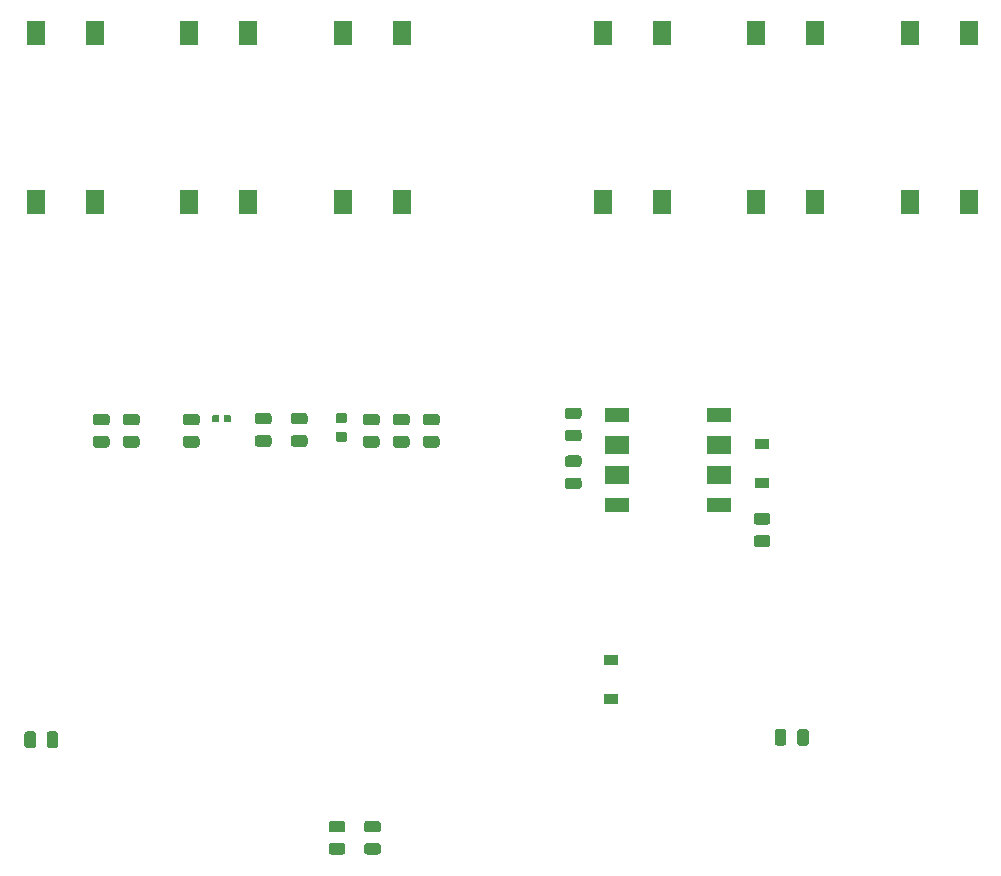
<source format=gbr>
G04 #@! TF.GenerationSoftware,KiCad,Pcbnew,(5.1.5)-3*
G04 #@! TF.CreationDate,2021-09-02T10:53:32+01:00*
G04 #@! TF.ProjectId,drumkid,6472756d-6b69-4642-9e6b-696361645f70,rev?*
G04 #@! TF.SameCoordinates,Original*
G04 #@! TF.FileFunction,Paste,Bot*
G04 #@! TF.FilePolarity,Positive*
%FSLAX46Y46*%
G04 Gerber Fmt 4.6, Leading zero omitted, Abs format (unit mm)*
G04 Created by KiCad (PCBNEW (5.1.5)-3) date 2021-09-02 10:53:32*
%MOMM*%
%LPD*%
G04 APERTURE LIST*
%ADD10C,0.100000*%
%ADD11R,1.500000X2.000000*%
%ADD12R,2.000000X1.170000*%
%ADD13R,2.000000X1.520000*%
%ADD14R,1.200000X0.900000*%
G04 APERTURE END LIST*
D10*
G36*
X125705142Y-138801174D02*
G01*
X125728803Y-138804684D01*
X125752007Y-138810496D01*
X125774529Y-138818554D01*
X125796153Y-138828782D01*
X125816670Y-138841079D01*
X125835883Y-138855329D01*
X125853607Y-138871393D01*
X125869671Y-138889117D01*
X125883921Y-138908330D01*
X125896218Y-138928847D01*
X125906446Y-138950471D01*
X125914504Y-138972993D01*
X125920316Y-138996197D01*
X125923826Y-139019858D01*
X125925000Y-139043750D01*
X125925000Y-139956250D01*
X125923826Y-139980142D01*
X125920316Y-140003803D01*
X125914504Y-140027007D01*
X125906446Y-140049529D01*
X125896218Y-140071153D01*
X125883921Y-140091670D01*
X125869671Y-140110883D01*
X125853607Y-140128607D01*
X125835883Y-140144671D01*
X125816670Y-140158921D01*
X125796153Y-140171218D01*
X125774529Y-140181446D01*
X125752007Y-140189504D01*
X125728803Y-140195316D01*
X125705142Y-140198826D01*
X125681250Y-140200000D01*
X125193750Y-140200000D01*
X125169858Y-140198826D01*
X125146197Y-140195316D01*
X125122993Y-140189504D01*
X125100471Y-140181446D01*
X125078847Y-140171218D01*
X125058330Y-140158921D01*
X125039117Y-140144671D01*
X125021393Y-140128607D01*
X125005329Y-140110883D01*
X124991079Y-140091670D01*
X124978782Y-140071153D01*
X124968554Y-140049529D01*
X124960496Y-140027007D01*
X124954684Y-140003803D01*
X124951174Y-139980142D01*
X124950000Y-139956250D01*
X124950000Y-139043750D01*
X124951174Y-139019858D01*
X124954684Y-138996197D01*
X124960496Y-138972993D01*
X124968554Y-138950471D01*
X124978782Y-138928847D01*
X124991079Y-138908330D01*
X125005329Y-138889117D01*
X125021393Y-138871393D01*
X125039117Y-138855329D01*
X125058330Y-138841079D01*
X125078847Y-138828782D01*
X125100471Y-138818554D01*
X125122993Y-138810496D01*
X125146197Y-138804684D01*
X125169858Y-138801174D01*
X125193750Y-138800000D01*
X125681250Y-138800000D01*
X125705142Y-138801174D01*
G37*
G36*
X123830142Y-138801174D02*
G01*
X123853803Y-138804684D01*
X123877007Y-138810496D01*
X123899529Y-138818554D01*
X123921153Y-138828782D01*
X123941670Y-138841079D01*
X123960883Y-138855329D01*
X123978607Y-138871393D01*
X123994671Y-138889117D01*
X124008921Y-138908330D01*
X124021218Y-138928847D01*
X124031446Y-138950471D01*
X124039504Y-138972993D01*
X124045316Y-138996197D01*
X124048826Y-139019858D01*
X124050000Y-139043750D01*
X124050000Y-139956250D01*
X124048826Y-139980142D01*
X124045316Y-140003803D01*
X124039504Y-140027007D01*
X124031446Y-140049529D01*
X124021218Y-140071153D01*
X124008921Y-140091670D01*
X123994671Y-140110883D01*
X123978607Y-140128607D01*
X123960883Y-140144671D01*
X123941670Y-140158921D01*
X123921153Y-140171218D01*
X123899529Y-140181446D01*
X123877007Y-140189504D01*
X123853803Y-140195316D01*
X123830142Y-140198826D01*
X123806250Y-140200000D01*
X123318750Y-140200000D01*
X123294858Y-140198826D01*
X123271197Y-140195316D01*
X123247993Y-140189504D01*
X123225471Y-140181446D01*
X123203847Y-140171218D01*
X123183330Y-140158921D01*
X123164117Y-140144671D01*
X123146393Y-140128607D01*
X123130329Y-140110883D01*
X123116079Y-140091670D01*
X123103782Y-140071153D01*
X123093554Y-140049529D01*
X123085496Y-140027007D01*
X123079684Y-140003803D01*
X123076174Y-139980142D01*
X123075000Y-139956250D01*
X123075000Y-139043750D01*
X123076174Y-139019858D01*
X123079684Y-138996197D01*
X123085496Y-138972993D01*
X123093554Y-138950471D01*
X123103782Y-138928847D01*
X123116079Y-138908330D01*
X123130329Y-138889117D01*
X123146393Y-138871393D01*
X123164117Y-138855329D01*
X123183330Y-138841079D01*
X123203847Y-138828782D01*
X123225471Y-138818554D01*
X123247993Y-138810496D01*
X123271197Y-138804684D01*
X123294858Y-138801174D01*
X123318750Y-138800000D01*
X123806250Y-138800000D01*
X123830142Y-138801174D01*
G37*
D11*
X139500000Y-94150000D03*
X139500000Y-79850000D03*
X134500000Y-79850000D03*
X134500000Y-94150000D03*
X65500000Y-94150000D03*
X65500000Y-79850000D03*
X60500000Y-79850000D03*
X60500000Y-94150000D03*
X78500000Y-94150000D03*
X78500000Y-79850000D03*
X73500000Y-79850000D03*
X73500000Y-94150000D03*
X91500000Y-94150000D03*
X91500000Y-79850000D03*
X86500000Y-79850000D03*
X86500000Y-94150000D03*
X113500000Y-94150000D03*
X113500000Y-79850000D03*
X108500000Y-79850000D03*
X108500000Y-94150000D03*
X126500000Y-94150000D03*
X126500000Y-79850000D03*
X121500000Y-79850000D03*
X121500000Y-94150000D03*
D12*
X109700000Y-112190000D03*
D13*
X109700000Y-114730000D03*
D12*
X109700000Y-119810000D03*
X118300000Y-119810000D03*
D13*
X118300000Y-117270000D03*
X118300000Y-114730000D03*
D12*
X118300000Y-112190000D03*
D13*
X109700000Y-117270000D03*
D10*
G36*
X74140142Y-113989174D02*
G01*
X74163803Y-113992684D01*
X74187007Y-113998496D01*
X74209529Y-114006554D01*
X74231153Y-114016782D01*
X74251670Y-114029079D01*
X74270883Y-114043329D01*
X74288607Y-114059393D01*
X74304671Y-114077117D01*
X74318921Y-114096330D01*
X74331218Y-114116847D01*
X74341446Y-114138471D01*
X74349504Y-114160993D01*
X74355316Y-114184197D01*
X74358826Y-114207858D01*
X74360000Y-114231750D01*
X74360000Y-114719250D01*
X74358826Y-114743142D01*
X74355316Y-114766803D01*
X74349504Y-114790007D01*
X74341446Y-114812529D01*
X74331218Y-114834153D01*
X74318921Y-114854670D01*
X74304671Y-114873883D01*
X74288607Y-114891607D01*
X74270883Y-114907671D01*
X74251670Y-114921921D01*
X74231153Y-114934218D01*
X74209529Y-114944446D01*
X74187007Y-114952504D01*
X74163803Y-114958316D01*
X74140142Y-114961826D01*
X74116250Y-114963000D01*
X73203750Y-114963000D01*
X73179858Y-114961826D01*
X73156197Y-114958316D01*
X73132993Y-114952504D01*
X73110471Y-114944446D01*
X73088847Y-114934218D01*
X73068330Y-114921921D01*
X73049117Y-114907671D01*
X73031393Y-114891607D01*
X73015329Y-114873883D01*
X73001079Y-114854670D01*
X72988782Y-114834153D01*
X72978554Y-114812529D01*
X72970496Y-114790007D01*
X72964684Y-114766803D01*
X72961174Y-114743142D01*
X72960000Y-114719250D01*
X72960000Y-114231750D01*
X72961174Y-114207858D01*
X72964684Y-114184197D01*
X72970496Y-114160993D01*
X72978554Y-114138471D01*
X72988782Y-114116847D01*
X73001079Y-114096330D01*
X73015329Y-114077117D01*
X73031393Y-114059393D01*
X73049117Y-114043329D01*
X73068330Y-114029079D01*
X73088847Y-114016782D01*
X73110471Y-114006554D01*
X73132993Y-113998496D01*
X73156197Y-113992684D01*
X73179858Y-113989174D01*
X73203750Y-113988000D01*
X74116250Y-113988000D01*
X74140142Y-113989174D01*
G37*
G36*
X74140142Y-112114174D02*
G01*
X74163803Y-112117684D01*
X74187007Y-112123496D01*
X74209529Y-112131554D01*
X74231153Y-112141782D01*
X74251670Y-112154079D01*
X74270883Y-112168329D01*
X74288607Y-112184393D01*
X74304671Y-112202117D01*
X74318921Y-112221330D01*
X74331218Y-112241847D01*
X74341446Y-112263471D01*
X74349504Y-112285993D01*
X74355316Y-112309197D01*
X74358826Y-112332858D01*
X74360000Y-112356750D01*
X74360000Y-112844250D01*
X74358826Y-112868142D01*
X74355316Y-112891803D01*
X74349504Y-112915007D01*
X74341446Y-112937529D01*
X74331218Y-112959153D01*
X74318921Y-112979670D01*
X74304671Y-112998883D01*
X74288607Y-113016607D01*
X74270883Y-113032671D01*
X74251670Y-113046921D01*
X74231153Y-113059218D01*
X74209529Y-113069446D01*
X74187007Y-113077504D01*
X74163803Y-113083316D01*
X74140142Y-113086826D01*
X74116250Y-113088000D01*
X73203750Y-113088000D01*
X73179858Y-113086826D01*
X73156197Y-113083316D01*
X73132993Y-113077504D01*
X73110471Y-113069446D01*
X73088847Y-113059218D01*
X73068330Y-113046921D01*
X73049117Y-113032671D01*
X73031393Y-113016607D01*
X73015329Y-112998883D01*
X73001079Y-112979670D01*
X72988782Y-112959153D01*
X72978554Y-112937529D01*
X72970496Y-112915007D01*
X72964684Y-112891803D01*
X72961174Y-112868142D01*
X72960000Y-112844250D01*
X72960000Y-112356750D01*
X72961174Y-112332858D01*
X72964684Y-112309197D01*
X72970496Y-112285993D01*
X72978554Y-112263471D01*
X72988782Y-112241847D01*
X73001079Y-112221330D01*
X73015329Y-112202117D01*
X73031393Y-112184393D01*
X73049117Y-112168329D01*
X73068330Y-112154079D01*
X73088847Y-112141782D01*
X73110471Y-112131554D01*
X73132993Y-112123496D01*
X73156197Y-112117684D01*
X73179858Y-112114174D01*
X73203750Y-112113000D01*
X74116250Y-112113000D01*
X74140142Y-112114174D01*
G37*
G36*
X83284142Y-112035674D02*
G01*
X83307803Y-112039184D01*
X83331007Y-112044996D01*
X83353529Y-112053054D01*
X83375153Y-112063282D01*
X83395670Y-112075579D01*
X83414883Y-112089829D01*
X83432607Y-112105893D01*
X83448671Y-112123617D01*
X83462921Y-112142830D01*
X83475218Y-112163347D01*
X83485446Y-112184971D01*
X83493504Y-112207493D01*
X83499316Y-112230697D01*
X83502826Y-112254358D01*
X83504000Y-112278250D01*
X83504000Y-112765750D01*
X83502826Y-112789642D01*
X83499316Y-112813303D01*
X83493504Y-112836507D01*
X83485446Y-112859029D01*
X83475218Y-112880653D01*
X83462921Y-112901170D01*
X83448671Y-112920383D01*
X83432607Y-112938107D01*
X83414883Y-112954171D01*
X83395670Y-112968421D01*
X83375153Y-112980718D01*
X83353529Y-112990946D01*
X83331007Y-112999004D01*
X83307803Y-113004816D01*
X83284142Y-113008326D01*
X83260250Y-113009500D01*
X82347750Y-113009500D01*
X82323858Y-113008326D01*
X82300197Y-113004816D01*
X82276993Y-112999004D01*
X82254471Y-112990946D01*
X82232847Y-112980718D01*
X82212330Y-112968421D01*
X82193117Y-112954171D01*
X82175393Y-112938107D01*
X82159329Y-112920383D01*
X82145079Y-112901170D01*
X82132782Y-112880653D01*
X82122554Y-112859029D01*
X82114496Y-112836507D01*
X82108684Y-112813303D01*
X82105174Y-112789642D01*
X82104000Y-112765750D01*
X82104000Y-112278250D01*
X82105174Y-112254358D01*
X82108684Y-112230697D01*
X82114496Y-112207493D01*
X82122554Y-112184971D01*
X82132782Y-112163347D01*
X82145079Y-112142830D01*
X82159329Y-112123617D01*
X82175393Y-112105893D01*
X82193117Y-112089829D01*
X82212330Y-112075579D01*
X82232847Y-112063282D01*
X82254471Y-112053054D01*
X82276993Y-112044996D01*
X82300197Y-112039184D01*
X82323858Y-112035674D01*
X82347750Y-112034500D01*
X83260250Y-112034500D01*
X83284142Y-112035674D01*
G37*
G36*
X83284142Y-113910674D02*
G01*
X83307803Y-113914184D01*
X83331007Y-113919996D01*
X83353529Y-113928054D01*
X83375153Y-113938282D01*
X83395670Y-113950579D01*
X83414883Y-113964829D01*
X83432607Y-113980893D01*
X83448671Y-113998617D01*
X83462921Y-114017830D01*
X83475218Y-114038347D01*
X83485446Y-114059971D01*
X83493504Y-114082493D01*
X83499316Y-114105697D01*
X83502826Y-114129358D01*
X83504000Y-114153250D01*
X83504000Y-114640750D01*
X83502826Y-114664642D01*
X83499316Y-114688303D01*
X83493504Y-114711507D01*
X83485446Y-114734029D01*
X83475218Y-114755653D01*
X83462921Y-114776170D01*
X83448671Y-114795383D01*
X83432607Y-114813107D01*
X83414883Y-114829171D01*
X83395670Y-114843421D01*
X83375153Y-114855718D01*
X83353529Y-114865946D01*
X83331007Y-114874004D01*
X83307803Y-114879816D01*
X83284142Y-114883326D01*
X83260250Y-114884500D01*
X82347750Y-114884500D01*
X82323858Y-114883326D01*
X82300197Y-114879816D01*
X82276993Y-114874004D01*
X82254471Y-114865946D01*
X82232847Y-114855718D01*
X82212330Y-114843421D01*
X82193117Y-114829171D01*
X82175393Y-114813107D01*
X82159329Y-114795383D01*
X82145079Y-114776170D01*
X82132782Y-114755653D01*
X82122554Y-114734029D01*
X82114496Y-114711507D01*
X82108684Y-114688303D01*
X82105174Y-114664642D01*
X82104000Y-114640750D01*
X82104000Y-114153250D01*
X82105174Y-114129358D01*
X82108684Y-114105697D01*
X82114496Y-114082493D01*
X82122554Y-114059971D01*
X82132782Y-114038347D01*
X82145079Y-114017830D01*
X82159329Y-113998617D01*
X82175393Y-113980893D01*
X82193117Y-113964829D01*
X82212330Y-113950579D01*
X82232847Y-113938282D01*
X82254471Y-113928054D01*
X82276993Y-113919996D01*
X82300197Y-113914184D01*
X82323858Y-113910674D01*
X82347750Y-113909500D01*
X83260250Y-113909500D01*
X83284142Y-113910674D01*
G37*
G36*
X80236142Y-113910674D02*
G01*
X80259803Y-113914184D01*
X80283007Y-113919996D01*
X80305529Y-113928054D01*
X80327153Y-113938282D01*
X80347670Y-113950579D01*
X80366883Y-113964829D01*
X80384607Y-113980893D01*
X80400671Y-113998617D01*
X80414921Y-114017830D01*
X80427218Y-114038347D01*
X80437446Y-114059971D01*
X80445504Y-114082493D01*
X80451316Y-114105697D01*
X80454826Y-114129358D01*
X80456000Y-114153250D01*
X80456000Y-114640750D01*
X80454826Y-114664642D01*
X80451316Y-114688303D01*
X80445504Y-114711507D01*
X80437446Y-114734029D01*
X80427218Y-114755653D01*
X80414921Y-114776170D01*
X80400671Y-114795383D01*
X80384607Y-114813107D01*
X80366883Y-114829171D01*
X80347670Y-114843421D01*
X80327153Y-114855718D01*
X80305529Y-114865946D01*
X80283007Y-114874004D01*
X80259803Y-114879816D01*
X80236142Y-114883326D01*
X80212250Y-114884500D01*
X79299750Y-114884500D01*
X79275858Y-114883326D01*
X79252197Y-114879816D01*
X79228993Y-114874004D01*
X79206471Y-114865946D01*
X79184847Y-114855718D01*
X79164330Y-114843421D01*
X79145117Y-114829171D01*
X79127393Y-114813107D01*
X79111329Y-114795383D01*
X79097079Y-114776170D01*
X79084782Y-114755653D01*
X79074554Y-114734029D01*
X79066496Y-114711507D01*
X79060684Y-114688303D01*
X79057174Y-114664642D01*
X79056000Y-114640750D01*
X79056000Y-114153250D01*
X79057174Y-114129358D01*
X79060684Y-114105697D01*
X79066496Y-114082493D01*
X79074554Y-114059971D01*
X79084782Y-114038347D01*
X79097079Y-114017830D01*
X79111329Y-113998617D01*
X79127393Y-113980893D01*
X79145117Y-113964829D01*
X79164330Y-113950579D01*
X79184847Y-113938282D01*
X79206471Y-113928054D01*
X79228993Y-113919996D01*
X79252197Y-113914184D01*
X79275858Y-113910674D01*
X79299750Y-113909500D01*
X80212250Y-113909500D01*
X80236142Y-113910674D01*
G37*
G36*
X80236142Y-112035674D02*
G01*
X80259803Y-112039184D01*
X80283007Y-112044996D01*
X80305529Y-112053054D01*
X80327153Y-112063282D01*
X80347670Y-112075579D01*
X80366883Y-112089829D01*
X80384607Y-112105893D01*
X80400671Y-112123617D01*
X80414921Y-112142830D01*
X80427218Y-112163347D01*
X80437446Y-112184971D01*
X80445504Y-112207493D01*
X80451316Y-112230697D01*
X80454826Y-112254358D01*
X80456000Y-112278250D01*
X80456000Y-112765750D01*
X80454826Y-112789642D01*
X80451316Y-112813303D01*
X80445504Y-112836507D01*
X80437446Y-112859029D01*
X80427218Y-112880653D01*
X80414921Y-112901170D01*
X80400671Y-112920383D01*
X80384607Y-112938107D01*
X80366883Y-112954171D01*
X80347670Y-112968421D01*
X80327153Y-112980718D01*
X80305529Y-112990946D01*
X80283007Y-112999004D01*
X80259803Y-113004816D01*
X80236142Y-113008326D01*
X80212250Y-113009500D01*
X79299750Y-113009500D01*
X79275858Y-113008326D01*
X79252197Y-113004816D01*
X79228993Y-112999004D01*
X79206471Y-112990946D01*
X79184847Y-112980718D01*
X79164330Y-112968421D01*
X79145117Y-112954171D01*
X79127393Y-112938107D01*
X79111329Y-112920383D01*
X79097079Y-112901170D01*
X79084782Y-112880653D01*
X79074554Y-112859029D01*
X79066496Y-112836507D01*
X79060684Y-112813303D01*
X79057174Y-112789642D01*
X79056000Y-112765750D01*
X79056000Y-112278250D01*
X79057174Y-112254358D01*
X79060684Y-112230697D01*
X79066496Y-112207493D01*
X79074554Y-112184971D01*
X79084782Y-112163347D01*
X79097079Y-112142830D01*
X79111329Y-112123617D01*
X79127393Y-112105893D01*
X79145117Y-112089829D01*
X79164330Y-112075579D01*
X79184847Y-112063282D01*
X79206471Y-112053054D01*
X79228993Y-112044996D01*
X79252197Y-112039184D01*
X79275858Y-112035674D01*
X79299750Y-112034500D01*
X80212250Y-112034500D01*
X80236142Y-112035674D01*
G37*
G36*
X89480142Y-148451174D02*
G01*
X89503803Y-148454684D01*
X89527007Y-148460496D01*
X89549529Y-148468554D01*
X89571153Y-148478782D01*
X89591670Y-148491079D01*
X89610883Y-148505329D01*
X89628607Y-148521393D01*
X89644671Y-148539117D01*
X89658921Y-148558330D01*
X89671218Y-148578847D01*
X89681446Y-148600471D01*
X89689504Y-148622993D01*
X89695316Y-148646197D01*
X89698826Y-148669858D01*
X89700000Y-148693750D01*
X89700000Y-149181250D01*
X89698826Y-149205142D01*
X89695316Y-149228803D01*
X89689504Y-149252007D01*
X89681446Y-149274529D01*
X89671218Y-149296153D01*
X89658921Y-149316670D01*
X89644671Y-149335883D01*
X89628607Y-149353607D01*
X89610883Y-149369671D01*
X89591670Y-149383921D01*
X89571153Y-149396218D01*
X89549529Y-149406446D01*
X89527007Y-149414504D01*
X89503803Y-149420316D01*
X89480142Y-149423826D01*
X89456250Y-149425000D01*
X88543750Y-149425000D01*
X88519858Y-149423826D01*
X88496197Y-149420316D01*
X88472993Y-149414504D01*
X88450471Y-149406446D01*
X88428847Y-149396218D01*
X88408330Y-149383921D01*
X88389117Y-149369671D01*
X88371393Y-149353607D01*
X88355329Y-149335883D01*
X88341079Y-149316670D01*
X88328782Y-149296153D01*
X88318554Y-149274529D01*
X88310496Y-149252007D01*
X88304684Y-149228803D01*
X88301174Y-149205142D01*
X88300000Y-149181250D01*
X88300000Y-148693750D01*
X88301174Y-148669858D01*
X88304684Y-148646197D01*
X88310496Y-148622993D01*
X88318554Y-148600471D01*
X88328782Y-148578847D01*
X88341079Y-148558330D01*
X88355329Y-148539117D01*
X88371393Y-148521393D01*
X88389117Y-148505329D01*
X88408330Y-148491079D01*
X88428847Y-148478782D01*
X88450471Y-148468554D01*
X88472993Y-148460496D01*
X88496197Y-148454684D01*
X88519858Y-148451174D01*
X88543750Y-148450000D01*
X89456250Y-148450000D01*
X89480142Y-148451174D01*
G37*
G36*
X89480142Y-146576174D02*
G01*
X89503803Y-146579684D01*
X89527007Y-146585496D01*
X89549529Y-146593554D01*
X89571153Y-146603782D01*
X89591670Y-146616079D01*
X89610883Y-146630329D01*
X89628607Y-146646393D01*
X89644671Y-146664117D01*
X89658921Y-146683330D01*
X89671218Y-146703847D01*
X89681446Y-146725471D01*
X89689504Y-146747993D01*
X89695316Y-146771197D01*
X89698826Y-146794858D01*
X89700000Y-146818750D01*
X89700000Y-147306250D01*
X89698826Y-147330142D01*
X89695316Y-147353803D01*
X89689504Y-147377007D01*
X89681446Y-147399529D01*
X89671218Y-147421153D01*
X89658921Y-147441670D01*
X89644671Y-147460883D01*
X89628607Y-147478607D01*
X89610883Y-147494671D01*
X89591670Y-147508921D01*
X89571153Y-147521218D01*
X89549529Y-147531446D01*
X89527007Y-147539504D01*
X89503803Y-147545316D01*
X89480142Y-147548826D01*
X89456250Y-147550000D01*
X88543750Y-147550000D01*
X88519858Y-147548826D01*
X88496197Y-147545316D01*
X88472993Y-147539504D01*
X88450471Y-147531446D01*
X88428847Y-147521218D01*
X88408330Y-147508921D01*
X88389117Y-147494671D01*
X88371393Y-147478607D01*
X88355329Y-147460883D01*
X88341079Y-147441670D01*
X88328782Y-147421153D01*
X88318554Y-147399529D01*
X88310496Y-147377007D01*
X88304684Y-147353803D01*
X88301174Y-147330142D01*
X88300000Y-147306250D01*
X88300000Y-146818750D01*
X88301174Y-146794858D01*
X88304684Y-146771197D01*
X88310496Y-146747993D01*
X88318554Y-146725471D01*
X88328782Y-146703847D01*
X88341079Y-146683330D01*
X88355329Y-146664117D01*
X88371393Y-146646393D01*
X88389117Y-146630329D01*
X88408330Y-146616079D01*
X88428847Y-146603782D01*
X88450471Y-146593554D01*
X88472993Y-146585496D01*
X88496197Y-146579684D01*
X88519858Y-146576174D01*
X88543750Y-146575000D01*
X89456250Y-146575000D01*
X89480142Y-146576174D01*
G37*
G36*
X86480142Y-148451174D02*
G01*
X86503803Y-148454684D01*
X86527007Y-148460496D01*
X86549529Y-148468554D01*
X86571153Y-148478782D01*
X86591670Y-148491079D01*
X86610883Y-148505329D01*
X86628607Y-148521393D01*
X86644671Y-148539117D01*
X86658921Y-148558330D01*
X86671218Y-148578847D01*
X86681446Y-148600471D01*
X86689504Y-148622993D01*
X86695316Y-148646197D01*
X86698826Y-148669858D01*
X86700000Y-148693750D01*
X86700000Y-149181250D01*
X86698826Y-149205142D01*
X86695316Y-149228803D01*
X86689504Y-149252007D01*
X86681446Y-149274529D01*
X86671218Y-149296153D01*
X86658921Y-149316670D01*
X86644671Y-149335883D01*
X86628607Y-149353607D01*
X86610883Y-149369671D01*
X86591670Y-149383921D01*
X86571153Y-149396218D01*
X86549529Y-149406446D01*
X86527007Y-149414504D01*
X86503803Y-149420316D01*
X86480142Y-149423826D01*
X86456250Y-149425000D01*
X85543750Y-149425000D01*
X85519858Y-149423826D01*
X85496197Y-149420316D01*
X85472993Y-149414504D01*
X85450471Y-149406446D01*
X85428847Y-149396218D01*
X85408330Y-149383921D01*
X85389117Y-149369671D01*
X85371393Y-149353607D01*
X85355329Y-149335883D01*
X85341079Y-149316670D01*
X85328782Y-149296153D01*
X85318554Y-149274529D01*
X85310496Y-149252007D01*
X85304684Y-149228803D01*
X85301174Y-149205142D01*
X85300000Y-149181250D01*
X85300000Y-148693750D01*
X85301174Y-148669858D01*
X85304684Y-148646197D01*
X85310496Y-148622993D01*
X85318554Y-148600471D01*
X85328782Y-148578847D01*
X85341079Y-148558330D01*
X85355329Y-148539117D01*
X85371393Y-148521393D01*
X85389117Y-148505329D01*
X85408330Y-148491079D01*
X85428847Y-148478782D01*
X85450471Y-148468554D01*
X85472993Y-148460496D01*
X85496197Y-148454684D01*
X85519858Y-148451174D01*
X85543750Y-148450000D01*
X86456250Y-148450000D01*
X86480142Y-148451174D01*
G37*
G36*
X86480142Y-146576174D02*
G01*
X86503803Y-146579684D01*
X86527007Y-146585496D01*
X86549529Y-146593554D01*
X86571153Y-146603782D01*
X86591670Y-146616079D01*
X86610883Y-146630329D01*
X86628607Y-146646393D01*
X86644671Y-146664117D01*
X86658921Y-146683330D01*
X86671218Y-146703847D01*
X86681446Y-146725471D01*
X86689504Y-146747993D01*
X86695316Y-146771197D01*
X86698826Y-146794858D01*
X86700000Y-146818750D01*
X86700000Y-147306250D01*
X86698826Y-147330142D01*
X86695316Y-147353803D01*
X86689504Y-147377007D01*
X86681446Y-147399529D01*
X86671218Y-147421153D01*
X86658921Y-147441670D01*
X86644671Y-147460883D01*
X86628607Y-147478607D01*
X86610883Y-147494671D01*
X86591670Y-147508921D01*
X86571153Y-147521218D01*
X86549529Y-147531446D01*
X86527007Y-147539504D01*
X86503803Y-147545316D01*
X86480142Y-147548826D01*
X86456250Y-147550000D01*
X85543750Y-147550000D01*
X85519858Y-147548826D01*
X85496197Y-147545316D01*
X85472993Y-147539504D01*
X85450471Y-147531446D01*
X85428847Y-147521218D01*
X85408330Y-147508921D01*
X85389117Y-147494671D01*
X85371393Y-147478607D01*
X85355329Y-147460883D01*
X85341079Y-147441670D01*
X85328782Y-147421153D01*
X85318554Y-147399529D01*
X85310496Y-147377007D01*
X85304684Y-147353803D01*
X85301174Y-147330142D01*
X85300000Y-147306250D01*
X85300000Y-146818750D01*
X85301174Y-146794858D01*
X85304684Y-146771197D01*
X85310496Y-146747993D01*
X85318554Y-146725471D01*
X85328782Y-146703847D01*
X85341079Y-146683330D01*
X85355329Y-146664117D01*
X85371393Y-146646393D01*
X85389117Y-146630329D01*
X85408330Y-146616079D01*
X85428847Y-146603782D01*
X85450471Y-146593554D01*
X85472993Y-146585496D01*
X85496197Y-146579684D01*
X85519858Y-146576174D01*
X85543750Y-146575000D01*
X86456250Y-146575000D01*
X86480142Y-146576174D01*
G37*
G36*
X106480142Y-113451174D02*
G01*
X106503803Y-113454684D01*
X106527007Y-113460496D01*
X106549529Y-113468554D01*
X106571153Y-113478782D01*
X106591670Y-113491079D01*
X106610883Y-113505329D01*
X106628607Y-113521393D01*
X106644671Y-113539117D01*
X106658921Y-113558330D01*
X106671218Y-113578847D01*
X106681446Y-113600471D01*
X106689504Y-113622993D01*
X106695316Y-113646197D01*
X106698826Y-113669858D01*
X106700000Y-113693750D01*
X106700000Y-114181250D01*
X106698826Y-114205142D01*
X106695316Y-114228803D01*
X106689504Y-114252007D01*
X106681446Y-114274529D01*
X106671218Y-114296153D01*
X106658921Y-114316670D01*
X106644671Y-114335883D01*
X106628607Y-114353607D01*
X106610883Y-114369671D01*
X106591670Y-114383921D01*
X106571153Y-114396218D01*
X106549529Y-114406446D01*
X106527007Y-114414504D01*
X106503803Y-114420316D01*
X106480142Y-114423826D01*
X106456250Y-114425000D01*
X105543750Y-114425000D01*
X105519858Y-114423826D01*
X105496197Y-114420316D01*
X105472993Y-114414504D01*
X105450471Y-114406446D01*
X105428847Y-114396218D01*
X105408330Y-114383921D01*
X105389117Y-114369671D01*
X105371393Y-114353607D01*
X105355329Y-114335883D01*
X105341079Y-114316670D01*
X105328782Y-114296153D01*
X105318554Y-114274529D01*
X105310496Y-114252007D01*
X105304684Y-114228803D01*
X105301174Y-114205142D01*
X105300000Y-114181250D01*
X105300000Y-113693750D01*
X105301174Y-113669858D01*
X105304684Y-113646197D01*
X105310496Y-113622993D01*
X105318554Y-113600471D01*
X105328782Y-113578847D01*
X105341079Y-113558330D01*
X105355329Y-113539117D01*
X105371393Y-113521393D01*
X105389117Y-113505329D01*
X105408330Y-113491079D01*
X105428847Y-113478782D01*
X105450471Y-113468554D01*
X105472993Y-113460496D01*
X105496197Y-113454684D01*
X105519858Y-113451174D01*
X105543750Y-113450000D01*
X106456250Y-113450000D01*
X106480142Y-113451174D01*
G37*
G36*
X106480142Y-111576174D02*
G01*
X106503803Y-111579684D01*
X106527007Y-111585496D01*
X106549529Y-111593554D01*
X106571153Y-111603782D01*
X106591670Y-111616079D01*
X106610883Y-111630329D01*
X106628607Y-111646393D01*
X106644671Y-111664117D01*
X106658921Y-111683330D01*
X106671218Y-111703847D01*
X106681446Y-111725471D01*
X106689504Y-111747993D01*
X106695316Y-111771197D01*
X106698826Y-111794858D01*
X106700000Y-111818750D01*
X106700000Y-112306250D01*
X106698826Y-112330142D01*
X106695316Y-112353803D01*
X106689504Y-112377007D01*
X106681446Y-112399529D01*
X106671218Y-112421153D01*
X106658921Y-112441670D01*
X106644671Y-112460883D01*
X106628607Y-112478607D01*
X106610883Y-112494671D01*
X106591670Y-112508921D01*
X106571153Y-112521218D01*
X106549529Y-112531446D01*
X106527007Y-112539504D01*
X106503803Y-112545316D01*
X106480142Y-112548826D01*
X106456250Y-112550000D01*
X105543750Y-112550000D01*
X105519858Y-112548826D01*
X105496197Y-112545316D01*
X105472993Y-112539504D01*
X105450471Y-112531446D01*
X105428847Y-112521218D01*
X105408330Y-112508921D01*
X105389117Y-112494671D01*
X105371393Y-112478607D01*
X105355329Y-112460883D01*
X105341079Y-112441670D01*
X105328782Y-112421153D01*
X105318554Y-112399529D01*
X105310496Y-112377007D01*
X105304684Y-112353803D01*
X105301174Y-112330142D01*
X105300000Y-112306250D01*
X105300000Y-111818750D01*
X105301174Y-111794858D01*
X105304684Y-111771197D01*
X105310496Y-111747993D01*
X105318554Y-111725471D01*
X105328782Y-111703847D01*
X105341079Y-111683330D01*
X105355329Y-111664117D01*
X105371393Y-111646393D01*
X105389117Y-111630329D01*
X105408330Y-111616079D01*
X105428847Y-111603782D01*
X105450471Y-111593554D01*
X105472993Y-111585496D01*
X105496197Y-111579684D01*
X105519858Y-111576174D01*
X105543750Y-111575000D01*
X106456250Y-111575000D01*
X106480142Y-111576174D01*
G37*
G36*
X106480142Y-115638674D02*
G01*
X106503803Y-115642184D01*
X106527007Y-115647996D01*
X106549529Y-115656054D01*
X106571153Y-115666282D01*
X106591670Y-115678579D01*
X106610883Y-115692829D01*
X106628607Y-115708893D01*
X106644671Y-115726617D01*
X106658921Y-115745830D01*
X106671218Y-115766347D01*
X106681446Y-115787971D01*
X106689504Y-115810493D01*
X106695316Y-115833697D01*
X106698826Y-115857358D01*
X106700000Y-115881250D01*
X106700000Y-116368750D01*
X106698826Y-116392642D01*
X106695316Y-116416303D01*
X106689504Y-116439507D01*
X106681446Y-116462029D01*
X106671218Y-116483653D01*
X106658921Y-116504170D01*
X106644671Y-116523383D01*
X106628607Y-116541107D01*
X106610883Y-116557171D01*
X106591670Y-116571421D01*
X106571153Y-116583718D01*
X106549529Y-116593946D01*
X106527007Y-116602004D01*
X106503803Y-116607816D01*
X106480142Y-116611326D01*
X106456250Y-116612500D01*
X105543750Y-116612500D01*
X105519858Y-116611326D01*
X105496197Y-116607816D01*
X105472993Y-116602004D01*
X105450471Y-116593946D01*
X105428847Y-116583718D01*
X105408330Y-116571421D01*
X105389117Y-116557171D01*
X105371393Y-116541107D01*
X105355329Y-116523383D01*
X105341079Y-116504170D01*
X105328782Y-116483653D01*
X105318554Y-116462029D01*
X105310496Y-116439507D01*
X105304684Y-116416303D01*
X105301174Y-116392642D01*
X105300000Y-116368750D01*
X105300000Y-115881250D01*
X105301174Y-115857358D01*
X105304684Y-115833697D01*
X105310496Y-115810493D01*
X105318554Y-115787971D01*
X105328782Y-115766347D01*
X105341079Y-115745830D01*
X105355329Y-115726617D01*
X105371393Y-115708893D01*
X105389117Y-115692829D01*
X105408330Y-115678579D01*
X105428847Y-115666282D01*
X105450471Y-115656054D01*
X105472993Y-115647996D01*
X105496197Y-115642184D01*
X105519858Y-115638674D01*
X105543750Y-115637500D01*
X106456250Y-115637500D01*
X106480142Y-115638674D01*
G37*
G36*
X106480142Y-117513674D02*
G01*
X106503803Y-117517184D01*
X106527007Y-117522996D01*
X106549529Y-117531054D01*
X106571153Y-117541282D01*
X106591670Y-117553579D01*
X106610883Y-117567829D01*
X106628607Y-117583893D01*
X106644671Y-117601617D01*
X106658921Y-117620830D01*
X106671218Y-117641347D01*
X106681446Y-117662971D01*
X106689504Y-117685493D01*
X106695316Y-117708697D01*
X106698826Y-117732358D01*
X106700000Y-117756250D01*
X106700000Y-118243750D01*
X106698826Y-118267642D01*
X106695316Y-118291303D01*
X106689504Y-118314507D01*
X106681446Y-118337029D01*
X106671218Y-118358653D01*
X106658921Y-118379170D01*
X106644671Y-118398383D01*
X106628607Y-118416107D01*
X106610883Y-118432171D01*
X106591670Y-118446421D01*
X106571153Y-118458718D01*
X106549529Y-118468946D01*
X106527007Y-118477004D01*
X106503803Y-118482816D01*
X106480142Y-118486326D01*
X106456250Y-118487500D01*
X105543750Y-118487500D01*
X105519858Y-118486326D01*
X105496197Y-118482816D01*
X105472993Y-118477004D01*
X105450471Y-118468946D01*
X105428847Y-118458718D01*
X105408330Y-118446421D01*
X105389117Y-118432171D01*
X105371393Y-118416107D01*
X105355329Y-118398383D01*
X105341079Y-118379170D01*
X105328782Y-118358653D01*
X105318554Y-118337029D01*
X105310496Y-118314507D01*
X105304684Y-118291303D01*
X105301174Y-118267642D01*
X105300000Y-118243750D01*
X105300000Y-117756250D01*
X105301174Y-117732358D01*
X105304684Y-117708697D01*
X105310496Y-117685493D01*
X105318554Y-117662971D01*
X105328782Y-117641347D01*
X105341079Y-117620830D01*
X105355329Y-117601617D01*
X105371393Y-117583893D01*
X105389117Y-117567829D01*
X105408330Y-117553579D01*
X105428847Y-117541282D01*
X105450471Y-117531054D01*
X105472993Y-117522996D01*
X105496197Y-117517184D01*
X105519858Y-117513674D01*
X105543750Y-117512500D01*
X106456250Y-117512500D01*
X106480142Y-117513674D01*
G37*
G36*
X122480142Y-120513674D02*
G01*
X122503803Y-120517184D01*
X122527007Y-120522996D01*
X122549529Y-120531054D01*
X122571153Y-120541282D01*
X122591670Y-120553579D01*
X122610883Y-120567829D01*
X122628607Y-120583893D01*
X122644671Y-120601617D01*
X122658921Y-120620830D01*
X122671218Y-120641347D01*
X122681446Y-120662971D01*
X122689504Y-120685493D01*
X122695316Y-120708697D01*
X122698826Y-120732358D01*
X122700000Y-120756250D01*
X122700000Y-121243750D01*
X122698826Y-121267642D01*
X122695316Y-121291303D01*
X122689504Y-121314507D01*
X122681446Y-121337029D01*
X122671218Y-121358653D01*
X122658921Y-121379170D01*
X122644671Y-121398383D01*
X122628607Y-121416107D01*
X122610883Y-121432171D01*
X122591670Y-121446421D01*
X122571153Y-121458718D01*
X122549529Y-121468946D01*
X122527007Y-121477004D01*
X122503803Y-121482816D01*
X122480142Y-121486326D01*
X122456250Y-121487500D01*
X121543750Y-121487500D01*
X121519858Y-121486326D01*
X121496197Y-121482816D01*
X121472993Y-121477004D01*
X121450471Y-121468946D01*
X121428847Y-121458718D01*
X121408330Y-121446421D01*
X121389117Y-121432171D01*
X121371393Y-121416107D01*
X121355329Y-121398383D01*
X121341079Y-121379170D01*
X121328782Y-121358653D01*
X121318554Y-121337029D01*
X121310496Y-121314507D01*
X121304684Y-121291303D01*
X121301174Y-121267642D01*
X121300000Y-121243750D01*
X121300000Y-120756250D01*
X121301174Y-120732358D01*
X121304684Y-120708697D01*
X121310496Y-120685493D01*
X121318554Y-120662971D01*
X121328782Y-120641347D01*
X121341079Y-120620830D01*
X121355329Y-120601617D01*
X121371393Y-120583893D01*
X121389117Y-120567829D01*
X121408330Y-120553579D01*
X121428847Y-120541282D01*
X121450471Y-120531054D01*
X121472993Y-120522996D01*
X121496197Y-120517184D01*
X121519858Y-120513674D01*
X121543750Y-120512500D01*
X122456250Y-120512500D01*
X122480142Y-120513674D01*
G37*
G36*
X122480142Y-122388674D02*
G01*
X122503803Y-122392184D01*
X122527007Y-122397996D01*
X122549529Y-122406054D01*
X122571153Y-122416282D01*
X122591670Y-122428579D01*
X122610883Y-122442829D01*
X122628607Y-122458893D01*
X122644671Y-122476617D01*
X122658921Y-122495830D01*
X122671218Y-122516347D01*
X122681446Y-122537971D01*
X122689504Y-122560493D01*
X122695316Y-122583697D01*
X122698826Y-122607358D01*
X122700000Y-122631250D01*
X122700000Y-123118750D01*
X122698826Y-123142642D01*
X122695316Y-123166303D01*
X122689504Y-123189507D01*
X122681446Y-123212029D01*
X122671218Y-123233653D01*
X122658921Y-123254170D01*
X122644671Y-123273383D01*
X122628607Y-123291107D01*
X122610883Y-123307171D01*
X122591670Y-123321421D01*
X122571153Y-123333718D01*
X122549529Y-123343946D01*
X122527007Y-123352004D01*
X122503803Y-123357816D01*
X122480142Y-123361326D01*
X122456250Y-123362500D01*
X121543750Y-123362500D01*
X121519858Y-123361326D01*
X121496197Y-123357816D01*
X121472993Y-123352004D01*
X121450471Y-123343946D01*
X121428847Y-123333718D01*
X121408330Y-123321421D01*
X121389117Y-123307171D01*
X121371393Y-123291107D01*
X121355329Y-123273383D01*
X121341079Y-123254170D01*
X121328782Y-123233653D01*
X121318554Y-123212029D01*
X121310496Y-123189507D01*
X121304684Y-123166303D01*
X121301174Y-123142642D01*
X121300000Y-123118750D01*
X121300000Y-122631250D01*
X121301174Y-122607358D01*
X121304684Y-122583697D01*
X121310496Y-122560493D01*
X121318554Y-122537971D01*
X121328782Y-122516347D01*
X121341079Y-122495830D01*
X121355329Y-122476617D01*
X121371393Y-122458893D01*
X121389117Y-122442829D01*
X121408330Y-122428579D01*
X121428847Y-122416282D01*
X121450471Y-122406054D01*
X121472993Y-122397996D01*
X121496197Y-122392184D01*
X121519858Y-122388674D01*
X121543750Y-122387500D01*
X122456250Y-122387500D01*
X122480142Y-122388674D01*
G37*
G36*
X62165142Y-139001174D02*
G01*
X62188803Y-139004684D01*
X62212007Y-139010496D01*
X62234529Y-139018554D01*
X62256153Y-139028782D01*
X62276670Y-139041079D01*
X62295883Y-139055329D01*
X62313607Y-139071393D01*
X62329671Y-139089117D01*
X62343921Y-139108330D01*
X62356218Y-139128847D01*
X62366446Y-139150471D01*
X62374504Y-139172993D01*
X62380316Y-139196197D01*
X62383826Y-139219858D01*
X62385000Y-139243750D01*
X62385000Y-140156250D01*
X62383826Y-140180142D01*
X62380316Y-140203803D01*
X62374504Y-140227007D01*
X62366446Y-140249529D01*
X62356218Y-140271153D01*
X62343921Y-140291670D01*
X62329671Y-140310883D01*
X62313607Y-140328607D01*
X62295883Y-140344671D01*
X62276670Y-140358921D01*
X62256153Y-140371218D01*
X62234529Y-140381446D01*
X62212007Y-140389504D01*
X62188803Y-140395316D01*
X62165142Y-140398826D01*
X62141250Y-140400000D01*
X61653750Y-140400000D01*
X61629858Y-140398826D01*
X61606197Y-140395316D01*
X61582993Y-140389504D01*
X61560471Y-140381446D01*
X61538847Y-140371218D01*
X61518330Y-140358921D01*
X61499117Y-140344671D01*
X61481393Y-140328607D01*
X61465329Y-140310883D01*
X61451079Y-140291670D01*
X61438782Y-140271153D01*
X61428554Y-140249529D01*
X61420496Y-140227007D01*
X61414684Y-140203803D01*
X61411174Y-140180142D01*
X61410000Y-140156250D01*
X61410000Y-139243750D01*
X61411174Y-139219858D01*
X61414684Y-139196197D01*
X61420496Y-139172993D01*
X61428554Y-139150471D01*
X61438782Y-139128847D01*
X61451079Y-139108330D01*
X61465329Y-139089117D01*
X61481393Y-139071393D01*
X61499117Y-139055329D01*
X61518330Y-139041079D01*
X61538847Y-139028782D01*
X61560471Y-139018554D01*
X61582993Y-139010496D01*
X61606197Y-139004684D01*
X61629858Y-139001174D01*
X61653750Y-139000000D01*
X62141250Y-139000000D01*
X62165142Y-139001174D01*
G37*
G36*
X60290142Y-139001174D02*
G01*
X60313803Y-139004684D01*
X60337007Y-139010496D01*
X60359529Y-139018554D01*
X60381153Y-139028782D01*
X60401670Y-139041079D01*
X60420883Y-139055329D01*
X60438607Y-139071393D01*
X60454671Y-139089117D01*
X60468921Y-139108330D01*
X60481218Y-139128847D01*
X60491446Y-139150471D01*
X60499504Y-139172993D01*
X60505316Y-139196197D01*
X60508826Y-139219858D01*
X60510000Y-139243750D01*
X60510000Y-140156250D01*
X60508826Y-140180142D01*
X60505316Y-140203803D01*
X60499504Y-140227007D01*
X60491446Y-140249529D01*
X60481218Y-140271153D01*
X60468921Y-140291670D01*
X60454671Y-140310883D01*
X60438607Y-140328607D01*
X60420883Y-140344671D01*
X60401670Y-140358921D01*
X60381153Y-140371218D01*
X60359529Y-140381446D01*
X60337007Y-140389504D01*
X60313803Y-140395316D01*
X60290142Y-140398826D01*
X60266250Y-140400000D01*
X59778750Y-140400000D01*
X59754858Y-140398826D01*
X59731197Y-140395316D01*
X59707993Y-140389504D01*
X59685471Y-140381446D01*
X59663847Y-140371218D01*
X59643330Y-140358921D01*
X59624117Y-140344671D01*
X59606393Y-140328607D01*
X59590329Y-140310883D01*
X59576079Y-140291670D01*
X59563782Y-140271153D01*
X59553554Y-140249529D01*
X59545496Y-140227007D01*
X59539684Y-140203803D01*
X59536174Y-140180142D01*
X59535000Y-140156250D01*
X59535000Y-139243750D01*
X59536174Y-139219858D01*
X59539684Y-139196197D01*
X59545496Y-139172993D01*
X59553554Y-139150471D01*
X59563782Y-139128847D01*
X59576079Y-139108330D01*
X59590329Y-139089117D01*
X59606393Y-139071393D01*
X59624117Y-139055329D01*
X59643330Y-139041079D01*
X59663847Y-139028782D01*
X59685471Y-139018554D01*
X59707993Y-139010496D01*
X59731197Y-139004684D01*
X59754858Y-139001174D01*
X59778750Y-139000000D01*
X60266250Y-139000000D01*
X60290142Y-139001174D01*
G37*
G36*
X66520142Y-113989174D02*
G01*
X66543803Y-113992684D01*
X66567007Y-113998496D01*
X66589529Y-114006554D01*
X66611153Y-114016782D01*
X66631670Y-114029079D01*
X66650883Y-114043329D01*
X66668607Y-114059393D01*
X66684671Y-114077117D01*
X66698921Y-114096330D01*
X66711218Y-114116847D01*
X66721446Y-114138471D01*
X66729504Y-114160993D01*
X66735316Y-114184197D01*
X66738826Y-114207858D01*
X66740000Y-114231750D01*
X66740000Y-114719250D01*
X66738826Y-114743142D01*
X66735316Y-114766803D01*
X66729504Y-114790007D01*
X66721446Y-114812529D01*
X66711218Y-114834153D01*
X66698921Y-114854670D01*
X66684671Y-114873883D01*
X66668607Y-114891607D01*
X66650883Y-114907671D01*
X66631670Y-114921921D01*
X66611153Y-114934218D01*
X66589529Y-114944446D01*
X66567007Y-114952504D01*
X66543803Y-114958316D01*
X66520142Y-114961826D01*
X66496250Y-114963000D01*
X65583750Y-114963000D01*
X65559858Y-114961826D01*
X65536197Y-114958316D01*
X65512993Y-114952504D01*
X65490471Y-114944446D01*
X65468847Y-114934218D01*
X65448330Y-114921921D01*
X65429117Y-114907671D01*
X65411393Y-114891607D01*
X65395329Y-114873883D01*
X65381079Y-114854670D01*
X65368782Y-114834153D01*
X65358554Y-114812529D01*
X65350496Y-114790007D01*
X65344684Y-114766803D01*
X65341174Y-114743142D01*
X65340000Y-114719250D01*
X65340000Y-114231750D01*
X65341174Y-114207858D01*
X65344684Y-114184197D01*
X65350496Y-114160993D01*
X65358554Y-114138471D01*
X65368782Y-114116847D01*
X65381079Y-114096330D01*
X65395329Y-114077117D01*
X65411393Y-114059393D01*
X65429117Y-114043329D01*
X65448330Y-114029079D01*
X65468847Y-114016782D01*
X65490471Y-114006554D01*
X65512993Y-113998496D01*
X65536197Y-113992684D01*
X65559858Y-113989174D01*
X65583750Y-113988000D01*
X66496250Y-113988000D01*
X66520142Y-113989174D01*
G37*
G36*
X66520142Y-112114174D02*
G01*
X66543803Y-112117684D01*
X66567007Y-112123496D01*
X66589529Y-112131554D01*
X66611153Y-112141782D01*
X66631670Y-112154079D01*
X66650883Y-112168329D01*
X66668607Y-112184393D01*
X66684671Y-112202117D01*
X66698921Y-112221330D01*
X66711218Y-112241847D01*
X66721446Y-112263471D01*
X66729504Y-112285993D01*
X66735316Y-112309197D01*
X66738826Y-112332858D01*
X66740000Y-112356750D01*
X66740000Y-112844250D01*
X66738826Y-112868142D01*
X66735316Y-112891803D01*
X66729504Y-112915007D01*
X66721446Y-112937529D01*
X66711218Y-112959153D01*
X66698921Y-112979670D01*
X66684671Y-112998883D01*
X66668607Y-113016607D01*
X66650883Y-113032671D01*
X66631670Y-113046921D01*
X66611153Y-113059218D01*
X66589529Y-113069446D01*
X66567007Y-113077504D01*
X66543803Y-113083316D01*
X66520142Y-113086826D01*
X66496250Y-113088000D01*
X65583750Y-113088000D01*
X65559858Y-113086826D01*
X65536197Y-113083316D01*
X65512993Y-113077504D01*
X65490471Y-113069446D01*
X65468847Y-113059218D01*
X65448330Y-113046921D01*
X65429117Y-113032671D01*
X65411393Y-113016607D01*
X65395329Y-112998883D01*
X65381079Y-112979670D01*
X65368782Y-112959153D01*
X65358554Y-112937529D01*
X65350496Y-112915007D01*
X65344684Y-112891803D01*
X65341174Y-112868142D01*
X65340000Y-112844250D01*
X65340000Y-112356750D01*
X65341174Y-112332858D01*
X65344684Y-112309197D01*
X65350496Y-112285993D01*
X65358554Y-112263471D01*
X65368782Y-112241847D01*
X65381079Y-112221330D01*
X65395329Y-112202117D01*
X65411393Y-112184393D01*
X65429117Y-112168329D01*
X65448330Y-112154079D01*
X65468847Y-112141782D01*
X65490471Y-112131554D01*
X65512993Y-112123496D01*
X65536197Y-112117684D01*
X65559858Y-112114174D01*
X65583750Y-112113000D01*
X66496250Y-112113000D01*
X66520142Y-112114174D01*
G37*
G36*
X69060142Y-113989174D02*
G01*
X69083803Y-113992684D01*
X69107007Y-113998496D01*
X69129529Y-114006554D01*
X69151153Y-114016782D01*
X69171670Y-114029079D01*
X69190883Y-114043329D01*
X69208607Y-114059393D01*
X69224671Y-114077117D01*
X69238921Y-114096330D01*
X69251218Y-114116847D01*
X69261446Y-114138471D01*
X69269504Y-114160993D01*
X69275316Y-114184197D01*
X69278826Y-114207858D01*
X69280000Y-114231750D01*
X69280000Y-114719250D01*
X69278826Y-114743142D01*
X69275316Y-114766803D01*
X69269504Y-114790007D01*
X69261446Y-114812529D01*
X69251218Y-114834153D01*
X69238921Y-114854670D01*
X69224671Y-114873883D01*
X69208607Y-114891607D01*
X69190883Y-114907671D01*
X69171670Y-114921921D01*
X69151153Y-114934218D01*
X69129529Y-114944446D01*
X69107007Y-114952504D01*
X69083803Y-114958316D01*
X69060142Y-114961826D01*
X69036250Y-114963000D01*
X68123750Y-114963000D01*
X68099858Y-114961826D01*
X68076197Y-114958316D01*
X68052993Y-114952504D01*
X68030471Y-114944446D01*
X68008847Y-114934218D01*
X67988330Y-114921921D01*
X67969117Y-114907671D01*
X67951393Y-114891607D01*
X67935329Y-114873883D01*
X67921079Y-114854670D01*
X67908782Y-114834153D01*
X67898554Y-114812529D01*
X67890496Y-114790007D01*
X67884684Y-114766803D01*
X67881174Y-114743142D01*
X67880000Y-114719250D01*
X67880000Y-114231750D01*
X67881174Y-114207858D01*
X67884684Y-114184197D01*
X67890496Y-114160993D01*
X67898554Y-114138471D01*
X67908782Y-114116847D01*
X67921079Y-114096330D01*
X67935329Y-114077117D01*
X67951393Y-114059393D01*
X67969117Y-114043329D01*
X67988330Y-114029079D01*
X68008847Y-114016782D01*
X68030471Y-114006554D01*
X68052993Y-113998496D01*
X68076197Y-113992684D01*
X68099858Y-113989174D01*
X68123750Y-113988000D01*
X69036250Y-113988000D01*
X69060142Y-113989174D01*
G37*
G36*
X69060142Y-112114174D02*
G01*
X69083803Y-112117684D01*
X69107007Y-112123496D01*
X69129529Y-112131554D01*
X69151153Y-112141782D01*
X69171670Y-112154079D01*
X69190883Y-112168329D01*
X69208607Y-112184393D01*
X69224671Y-112202117D01*
X69238921Y-112221330D01*
X69251218Y-112241847D01*
X69261446Y-112263471D01*
X69269504Y-112285993D01*
X69275316Y-112309197D01*
X69278826Y-112332858D01*
X69280000Y-112356750D01*
X69280000Y-112844250D01*
X69278826Y-112868142D01*
X69275316Y-112891803D01*
X69269504Y-112915007D01*
X69261446Y-112937529D01*
X69251218Y-112959153D01*
X69238921Y-112979670D01*
X69224671Y-112998883D01*
X69208607Y-113016607D01*
X69190883Y-113032671D01*
X69171670Y-113046921D01*
X69151153Y-113059218D01*
X69129529Y-113069446D01*
X69107007Y-113077504D01*
X69083803Y-113083316D01*
X69060142Y-113086826D01*
X69036250Y-113088000D01*
X68123750Y-113088000D01*
X68099858Y-113086826D01*
X68076197Y-113083316D01*
X68052993Y-113077504D01*
X68030471Y-113069446D01*
X68008847Y-113059218D01*
X67988330Y-113046921D01*
X67969117Y-113032671D01*
X67951393Y-113016607D01*
X67935329Y-112998883D01*
X67921079Y-112979670D01*
X67908782Y-112959153D01*
X67898554Y-112937529D01*
X67890496Y-112915007D01*
X67884684Y-112891803D01*
X67881174Y-112868142D01*
X67880000Y-112844250D01*
X67880000Y-112356750D01*
X67881174Y-112332858D01*
X67884684Y-112309197D01*
X67890496Y-112285993D01*
X67898554Y-112263471D01*
X67908782Y-112241847D01*
X67921079Y-112221330D01*
X67935329Y-112202117D01*
X67951393Y-112184393D01*
X67969117Y-112168329D01*
X67988330Y-112154079D01*
X68008847Y-112141782D01*
X68030471Y-112131554D01*
X68052993Y-112123496D01*
X68076197Y-112117684D01*
X68099858Y-112114174D01*
X68123750Y-112113000D01*
X69036250Y-112113000D01*
X69060142Y-112114174D01*
G37*
G36*
X89380142Y-113989174D02*
G01*
X89403803Y-113992684D01*
X89427007Y-113998496D01*
X89449529Y-114006554D01*
X89471153Y-114016782D01*
X89491670Y-114029079D01*
X89510883Y-114043329D01*
X89528607Y-114059393D01*
X89544671Y-114077117D01*
X89558921Y-114096330D01*
X89571218Y-114116847D01*
X89581446Y-114138471D01*
X89589504Y-114160993D01*
X89595316Y-114184197D01*
X89598826Y-114207858D01*
X89600000Y-114231750D01*
X89600000Y-114719250D01*
X89598826Y-114743142D01*
X89595316Y-114766803D01*
X89589504Y-114790007D01*
X89581446Y-114812529D01*
X89571218Y-114834153D01*
X89558921Y-114854670D01*
X89544671Y-114873883D01*
X89528607Y-114891607D01*
X89510883Y-114907671D01*
X89491670Y-114921921D01*
X89471153Y-114934218D01*
X89449529Y-114944446D01*
X89427007Y-114952504D01*
X89403803Y-114958316D01*
X89380142Y-114961826D01*
X89356250Y-114963000D01*
X88443750Y-114963000D01*
X88419858Y-114961826D01*
X88396197Y-114958316D01*
X88372993Y-114952504D01*
X88350471Y-114944446D01*
X88328847Y-114934218D01*
X88308330Y-114921921D01*
X88289117Y-114907671D01*
X88271393Y-114891607D01*
X88255329Y-114873883D01*
X88241079Y-114854670D01*
X88228782Y-114834153D01*
X88218554Y-114812529D01*
X88210496Y-114790007D01*
X88204684Y-114766803D01*
X88201174Y-114743142D01*
X88200000Y-114719250D01*
X88200000Y-114231750D01*
X88201174Y-114207858D01*
X88204684Y-114184197D01*
X88210496Y-114160993D01*
X88218554Y-114138471D01*
X88228782Y-114116847D01*
X88241079Y-114096330D01*
X88255329Y-114077117D01*
X88271393Y-114059393D01*
X88289117Y-114043329D01*
X88308330Y-114029079D01*
X88328847Y-114016782D01*
X88350471Y-114006554D01*
X88372993Y-113998496D01*
X88396197Y-113992684D01*
X88419858Y-113989174D01*
X88443750Y-113988000D01*
X89356250Y-113988000D01*
X89380142Y-113989174D01*
G37*
G36*
X89380142Y-112114174D02*
G01*
X89403803Y-112117684D01*
X89427007Y-112123496D01*
X89449529Y-112131554D01*
X89471153Y-112141782D01*
X89491670Y-112154079D01*
X89510883Y-112168329D01*
X89528607Y-112184393D01*
X89544671Y-112202117D01*
X89558921Y-112221330D01*
X89571218Y-112241847D01*
X89581446Y-112263471D01*
X89589504Y-112285993D01*
X89595316Y-112309197D01*
X89598826Y-112332858D01*
X89600000Y-112356750D01*
X89600000Y-112844250D01*
X89598826Y-112868142D01*
X89595316Y-112891803D01*
X89589504Y-112915007D01*
X89581446Y-112937529D01*
X89571218Y-112959153D01*
X89558921Y-112979670D01*
X89544671Y-112998883D01*
X89528607Y-113016607D01*
X89510883Y-113032671D01*
X89491670Y-113046921D01*
X89471153Y-113059218D01*
X89449529Y-113069446D01*
X89427007Y-113077504D01*
X89403803Y-113083316D01*
X89380142Y-113086826D01*
X89356250Y-113088000D01*
X88443750Y-113088000D01*
X88419858Y-113086826D01*
X88396197Y-113083316D01*
X88372993Y-113077504D01*
X88350471Y-113069446D01*
X88328847Y-113059218D01*
X88308330Y-113046921D01*
X88289117Y-113032671D01*
X88271393Y-113016607D01*
X88255329Y-112998883D01*
X88241079Y-112979670D01*
X88228782Y-112959153D01*
X88218554Y-112937529D01*
X88210496Y-112915007D01*
X88204684Y-112891803D01*
X88201174Y-112868142D01*
X88200000Y-112844250D01*
X88200000Y-112356750D01*
X88201174Y-112332858D01*
X88204684Y-112309197D01*
X88210496Y-112285993D01*
X88218554Y-112263471D01*
X88228782Y-112241847D01*
X88241079Y-112221330D01*
X88255329Y-112202117D01*
X88271393Y-112184393D01*
X88289117Y-112168329D01*
X88308330Y-112154079D01*
X88328847Y-112141782D01*
X88350471Y-112131554D01*
X88372993Y-112123496D01*
X88396197Y-112117684D01*
X88419858Y-112114174D01*
X88443750Y-112113000D01*
X89356250Y-112113000D01*
X89380142Y-112114174D01*
G37*
G36*
X91920142Y-113989174D02*
G01*
X91943803Y-113992684D01*
X91967007Y-113998496D01*
X91989529Y-114006554D01*
X92011153Y-114016782D01*
X92031670Y-114029079D01*
X92050883Y-114043329D01*
X92068607Y-114059393D01*
X92084671Y-114077117D01*
X92098921Y-114096330D01*
X92111218Y-114116847D01*
X92121446Y-114138471D01*
X92129504Y-114160993D01*
X92135316Y-114184197D01*
X92138826Y-114207858D01*
X92140000Y-114231750D01*
X92140000Y-114719250D01*
X92138826Y-114743142D01*
X92135316Y-114766803D01*
X92129504Y-114790007D01*
X92121446Y-114812529D01*
X92111218Y-114834153D01*
X92098921Y-114854670D01*
X92084671Y-114873883D01*
X92068607Y-114891607D01*
X92050883Y-114907671D01*
X92031670Y-114921921D01*
X92011153Y-114934218D01*
X91989529Y-114944446D01*
X91967007Y-114952504D01*
X91943803Y-114958316D01*
X91920142Y-114961826D01*
X91896250Y-114963000D01*
X90983750Y-114963000D01*
X90959858Y-114961826D01*
X90936197Y-114958316D01*
X90912993Y-114952504D01*
X90890471Y-114944446D01*
X90868847Y-114934218D01*
X90848330Y-114921921D01*
X90829117Y-114907671D01*
X90811393Y-114891607D01*
X90795329Y-114873883D01*
X90781079Y-114854670D01*
X90768782Y-114834153D01*
X90758554Y-114812529D01*
X90750496Y-114790007D01*
X90744684Y-114766803D01*
X90741174Y-114743142D01*
X90740000Y-114719250D01*
X90740000Y-114231750D01*
X90741174Y-114207858D01*
X90744684Y-114184197D01*
X90750496Y-114160993D01*
X90758554Y-114138471D01*
X90768782Y-114116847D01*
X90781079Y-114096330D01*
X90795329Y-114077117D01*
X90811393Y-114059393D01*
X90829117Y-114043329D01*
X90848330Y-114029079D01*
X90868847Y-114016782D01*
X90890471Y-114006554D01*
X90912993Y-113998496D01*
X90936197Y-113992684D01*
X90959858Y-113989174D01*
X90983750Y-113988000D01*
X91896250Y-113988000D01*
X91920142Y-113989174D01*
G37*
G36*
X91920142Y-112114174D02*
G01*
X91943803Y-112117684D01*
X91967007Y-112123496D01*
X91989529Y-112131554D01*
X92011153Y-112141782D01*
X92031670Y-112154079D01*
X92050883Y-112168329D01*
X92068607Y-112184393D01*
X92084671Y-112202117D01*
X92098921Y-112221330D01*
X92111218Y-112241847D01*
X92121446Y-112263471D01*
X92129504Y-112285993D01*
X92135316Y-112309197D01*
X92138826Y-112332858D01*
X92140000Y-112356750D01*
X92140000Y-112844250D01*
X92138826Y-112868142D01*
X92135316Y-112891803D01*
X92129504Y-112915007D01*
X92121446Y-112937529D01*
X92111218Y-112959153D01*
X92098921Y-112979670D01*
X92084671Y-112998883D01*
X92068607Y-113016607D01*
X92050883Y-113032671D01*
X92031670Y-113046921D01*
X92011153Y-113059218D01*
X91989529Y-113069446D01*
X91967007Y-113077504D01*
X91943803Y-113083316D01*
X91920142Y-113086826D01*
X91896250Y-113088000D01*
X90983750Y-113088000D01*
X90959858Y-113086826D01*
X90936197Y-113083316D01*
X90912993Y-113077504D01*
X90890471Y-113069446D01*
X90868847Y-113059218D01*
X90848330Y-113046921D01*
X90829117Y-113032671D01*
X90811393Y-113016607D01*
X90795329Y-112998883D01*
X90781079Y-112979670D01*
X90768782Y-112959153D01*
X90758554Y-112937529D01*
X90750496Y-112915007D01*
X90744684Y-112891803D01*
X90741174Y-112868142D01*
X90740000Y-112844250D01*
X90740000Y-112356750D01*
X90741174Y-112332858D01*
X90744684Y-112309197D01*
X90750496Y-112285993D01*
X90758554Y-112263471D01*
X90768782Y-112241847D01*
X90781079Y-112221330D01*
X90795329Y-112202117D01*
X90811393Y-112184393D01*
X90829117Y-112168329D01*
X90848330Y-112154079D01*
X90868847Y-112141782D01*
X90890471Y-112131554D01*
X90912993Y-112123496D01*
X90936197Y-112117684D01*
X90959858Y-112114174D01*
X90983750Y-112113000D01*
X91896250Y-112113000D01*
X91920142Y-112114174D01*
G37*
G36*
X94460142Y-113989174D02*
G01*
X94483803Y-113992684D01*
X94507007Y-113998496D01*
X94529529Y-114006554D01*
X94551153Y-114016782D01*
X94571670Y-114029079D01*
X94590883Y-114043329D01*
X94608607Y-114059393D01*
X94624671Y-114077117D01*
X94638921Y-114096330D01*
X94651218Y-114116847D01*
X94661446Y-114138471D01*
X94669504Y-114160993D01*
X94675316Y-114184197D01*
X94678826Y-114207858D01*
X94680000Y-114231750D01*
X94680000Y-114719250D01*
X94678826Y-114743142D01*
X94675316Y-114766803D01*
X94669504Y-114790007D01*
X94661446Y-114812529D01*
X94651218Y-114834153D01*
X94638921Y-114854670D01*
X94624671Y-114873883D01*
X94608607Y-114891607D01*
X94590883Y-114907671D01*
X94571670Y-114921921D01*
X94551153Y-114934218D01*
X94529529Y-114944446D01*
X94507007Y-114952504D01*
X94483803Y-114958316D01*
X94460142Y-114961826D01*
X94436250Y-114963000D01*
X93523750Y-114963000D01*
X93499858Y-114961826D01*
X93476197Y-114958316D01*
X93452993Y-114952504D01*
X93430471Y-114944446D01*
X93408847Y-114934218D01*
X93388330Y-114921921D01*
X93369117Y-114907671D01*
X93351393Y-114891607D01*
X93335329Y-114873883D01*
X93321079Y-114854670D01*
X93308782Y-114834153D01*
X93298554Y-114812529D01*
X93290496Y-114790007D01*
X93284684Y-114766803D01*
X93281174Y-114743142D01*
X93280000Y-114719250D01*
X93280000Y-114231750D01*
X93281174Y-114207858D01*
X93284684Y-114184197D01*
X93290496Y-114160993D01*
X93298554Y-114138471D01*
X93308782Y-114116847D01*
X93321079Y-114096330D01*
X93335329Y-114077117D01*
X93351393Y-114059393D01*
X93369117Y-114043329D01*
X93388330Y-114029079D01*
X93408847Y-114016782D01*
X93430471Y-114006554D01*
X93452993Y-113998496D01*
X93476197Y-113992684D01*
X93499858Y-113989174D01*
X93523750Y-113988000D01*
X94436250Y-113988000D01*
X94460142Y-113989174D01*
G37*
G36*
X94460142Y-112114174D02*
G01*
X94483803Y-112117684D01*
X94507007Y-112123496D01*
X94529529Y-112131554D01*
X94551153Y-112141782D01*
X94571670Y-112154079D01*
X94590883Y-112168329D01*
X94608607Y-112184393D01*
X94624671Y-112202117D01*
X94638921Y-112221330D01*
X94651218Y-112241847D01*
X94661446Y-112263471D01*
X94669504Y-112285993D01*
X94675316Y-112309197D01*
X94678826Y-112332858D01*
X94680000Y-112356750D01*
X94680000Y-112844250D01*
X94678826Y-112868142D01*
X94675316Y-112891803D01*
X94669504Y-112915007D01*
X94661446Y-112937529D01*
X94651218Y-112959153D01*
X94638921Y-112979670D01*
X94624671Y-112998883D01*
X94608607Y-113016607D01*
X94590883Y-113032671D01*
X94571670Y-113046921D01*
X94551153Y-113059218D01*
X94529529Y-113069446D01*
X94507007Y-113077504D01*
X94483803Y-113083316D01*
X94460142Y-113086826D01*
X94436250Y-113088000D01*
X93523750Y-113088000D01*
X93499858Y-113086826D01*
X93476197Y-113083316D01*
X93452993Y-113077504D01*
X93430471Y-113069446D01*
X93408847Y-113059218D01*
X93388330Y-113046921D01*
X93369117Y-113032671D01*
X93351393Y-113016607D01*
X93335329Y-112998883D01*
X93321079Y-112979670D01*
X93308782Y-112959153D01*
X93298554Y-112937529D01*
X93290496Y-112915007D01*
X93284684Y-112891803D01*
X93281174Y-112868142D01*
X93280000Y-112844250D01*
X93280000Y-112356750D01*
X93281174Y-112332858D01*
X93284684Y-112309197D01*
X93290496Y-112285993D01*
X93298554Y-112263471D01*
X93308782Y-112241847D01*
X93321079Y-112221330D01*
X93335329Y-112202117D01*
X93351393Y-112184393D01*
X93369117Y-112168329D01*
X93388330Y-112154079D01*
X93408847Y-112141782D01*
X93430471Y-112131554D01*
X93452993Y-112123496D01*
X93476197Y-112117684D01*
X93499858Y-112114174D01*
X93523750Y-112113000D01*
X94436250Y-112113000D01*
X94460142Y-112114174D01*
G37*
D14*
X109220000Y-136270000D03*
X109220000Y-132970000D03*
X122000000Y-118000000D03*
X122000000Y-114700000D03*
D10*
G36*
X86637691Y-113609553D02*
G01*
X86658926Y-113612703D01*
X86679750Y-113617919D01*
X86699962Y-113625151D01*
X86719368Y-113634330D01*
X86737781Y-113645366D01*
X86755024Y-113658154D01*
X86770930Y-113672570D01*
X86785346Y-113688476D01*
X86798134Y-113705719D01*
X86809170Y-113724132D01*
X86818349Y-113743538D01*
X86825581Y-113763750D01*
X86830797Y-113784574D01*
X86833947Y-113805809D01*
X86835000Y-113827250D01*
X86835000Y-114264750D01*
X86833947Y-114286191D01*
X86830797Y-114307426D01*
X86825581Y-114328250D01*
X86818349Y-114348462D01*
X86809170Y-114367868D01*
X86798134Y-114386281D01*
X86785346Y-114403524D01*
X86770930Y-114419430D01*
X86755024Y-114433846D01*
X86737781Y-114446634D01*
X86719368Y-114457670D01*
X86699962Y-114466849D01*
X86679750Y-114474081D01*
X86658926Y-114479297D01*
X86637691Y-114482447D01*
X86616250Y-114483500D01*
X86103750Y-114483500D01*
X86082309Y-114482447D01*
X86061074Y-114479297D01*
X86040250Y-114474081D01*
X86020038Y-114466849D01*
X86000632Y-114457670D01*
X85982219Y-114446634D01*
X85964976Y-114433846D01*
X85949070Y-114419430D01*
X85934654Y-114403524D01*
X85921866Y-114386281D01*
X85910830Y-114367868D01*
X85901651Y-114348462D01*
X85894419Y-114328250D01*
X85889203Y-114307426D01*
X85886053Y-114286191D01*
X85885000Y-114264750D01*
X85885000Y-113827250D01*
X85886053Y-113805809D01*
X85889203Y-113784574D01*
X85894419Y-113763750D01*
X85901651Y-113743538D01*
X85910830Y-113724132D01*
X85921866Y-113705719D01*
X85934654Y-113688476D01*
X85949070Y-113672570D01*
X85964976Y-113658154D01*
X85982219Y-113645366D01*
X86000632Y-113634330D01*
X86020038Y-113625151D01*
X86040250Y-113617919D01*
X86061074Y-113612703D01*
X86082309Y-113609553D01*
X86103750Y-113608500D01*
X86616250Y-113608500D01*
X86637691Y-113609553D01*
G37*
G36*
X86637691Y-112034553D02*
G01*
X86658926Y-112037703D01*
X86679750Y-112042919D01*
X86699962Y-112050151D01*
X86719368Y-112059330D01*
X86737781Y-112070366D01*
X86755024Y-112083154D01*
X86770930Y-112097570D01*
X86785346Y-112113476D01*
X86798134Y-112130719D01*
X86809170Y-112149132D01*
X86818349Y-112168538D01*
X86825581Y-112188750D01*
X86830797Y-112209574D01*
X86833947Y-112230809D01*
X86835000Y-112252250D01*
X86835000Y-112689750D01*
X86833947Y-112711191D01*
X86830797Y-112732426D01*
X86825581Y-112753250D01*
X86818349Y-112773462D01*
X86809170Y-112792868D01*
X86798134Y-112811281D01*
X86785346Y-112828524D01*
X86770930Y-112844430D01*
X86755024Y-112858846D01*
X86737781Y-112871634D01*
X86719368Y-112882670D01*
X86699962Y-112891849D01*
X86679750Y-112899081D01*
X86658926Y-112904297D01*
X86637691Y-112907447D01*
X86616250Y-112908500D01*
X86103750Y-112908500D01*
X86082309Y-112907447D01*
X86061074Y-112904297D01*
X86040250Y-112899081D01*
X86020038Y-112891849D01*
X86000632Y-112882670D01*
X85982219Y-112871634D01*
X85964976Y-112858846D01*
X85949070Y-112844430D01*
X85934654Y-112828524D01*
X85921866Y-112811281D01*
X85910830Y-112792868D01*
X85901651Y-112773462D01*
X85894419Y-112753250D01*
X85889203Y-112732426D01*
X85886053Y-112711191D01*
X85885000Y-112689750D01*
X85885000Y-112252250D01*
X85886053Y-112230809D01*
X85889203Y-112209574D01*
X85894419Y-112188750D01*
X85901651Y-112168538D01*
X85910830Y-112149132D01*
X85921866Y-112130719D01*
X85934654Y-112113476D01*
X85949070Y-112097570D01*
X85964976Y-112083154D01*
X85982219Y-112070366D01*
X86000632Y-112059330D01*
X86020038Y-112050151D01*
X86040250Y-112042919D01*
X86061074Y-112037703D01*
X86082309Y-112034553D01*
X86103750Y-112033500D01*
X86616250Y-112033500D01*
X86637691Y-112034553D01*
G37*
G36*
X76869958Y-112202710D02*
G01*
X76884276Y-112204834D01*
X76898317Y-112208351D01*
X76911946Y-112213228D01*
X76925031Y-112219417D01*
X76937447Y-112226858D01*
X76949073Y-112235481D01*
X76959798Y-112245202D01*
X76969519Y-112255927D01*
X76978142Y-112267553D01*
X76985583Y-112279969D01*
X76991772Y-112293054D01*
X76996649Y-112306683D01*
X77000166Y-112320724D01*
X77002290Y-112335042D01*
X77003000Y-112349500D01*
X77003000Y-112694500D01*
X77002290Y-112708958D01*
X77000166Y-112723276D01*
X76996649Y-112737317D01*
X76991772Y-112750946D01*
X76985583Y-112764031D01*
X76978142Y-112776447D01*
X76969519Y-112788073D01*
X76959798Y-112798798D01*
X76949073Y-112808519D01*
X76937447Y-112817142D01*
X76925031Y-112824583D01*
X76911946Y-112830772D01*
X76898317Y-112835649D01*
X76884276Y-112839166D01*
X76869958Y-112841290D01*
X76855500Y-112842000D01*
X76560500Y-112842000D01*
X76546042Y-112841290D01*
X76531724Y-112839166D01*
X76517683Y-112835649D01*
X76504054Y-112830772D01*
X76490969Y-112824583D01*
X76478553Y-112817142D01*
X76466927Y-112808519D01*
X76456202Y-112798798D01*
X76446481Y-112788073D01*
X76437858Y-112776447D01*
X76430417Y-112764031D01*
X76424228Y-112750946D01*
X76419351Y-112737317D01*
X76415834Y-112723276D01*
X76413710Y-112708958D01*
X76413000Y-112694500D01*
X76413000Y-112349500D01*
X76413710Y-112335042D01*
X76415834Y-112320724D01*
X76419351Y-112306683D01*
X76424228Y-112293054D01*
X76430417Y-112279969D01*
X76437858Y-112267553D01*
X76446481Y-112255927D01*
X76456202Y-112245202D01*
X76466927Y-112235481D01*
X76478553Y-112226858D01*
X76490969Y-112219417D01*
X76504054Y-112213228D01*
X76517683Y-112208351D01*
X76531724Y-112204834D01*
X76546042Y-112202710D01*
X76560500Y-112202000D01*
X76855500Y-112202000D01*
X76869958Y-112202710D01*
G37*
G36*
X75899958Y-112202710D02*
G01*
X75914276Y-112204834D01*
X75928317Y-112208351D01*
X75941946Y-112213228D01*
X75955031Y-112219417D01*
X75967447Y-112226858D01*
X75979073Y-112235481D01*
X75989798Y-112245202D01*
X75999519Y-112255927D01*
X76008142Y-112267553D01*
X76015583Y-112279969D01*
X76021772Y-112293054D01*
X76026649Y-112306683D01*
X76030166Y-112320724D01*
X76032290Y-112335042D01*
X76033000Y-112349500D01*
X76033000Y-112694500D01*
X76032290Y-112708958D01*
X76030166Y-112723276D01*
X76026649Y-112737317D01*
X76021772Y-112750946D01*
X76015583Y-112764031D01*
X76008142Y-112776447D01*
X75999519Y-112788073D01*
X75989798Y-112798798D01*
X75979073Y-112808519D01*
X75967447Y-112817142D01*
X75955031Y-112824583D01*
X75941946Y-112830772D01*
X75928317Y-112835649D01*
X75914276Y-112839166D01*
X75899958Y-112841290D01*
X75885500Y-112842000D01*
X75590500Y-112842000D01*
X75576042Y-112841290D01*
X75561724Y-112839166D01*
X75547683Y-112835649D01*
X75534054Y-112830772D01*
X75520969Y-112824583D01*
X75508553Y-112817142D01*
X75496927Y-112808519D01*
X75486202Y-112798798D01*
X75476481Y-112788073D01*
X75467858Y-112776447D01*
X75460417Y-112764031D01*
X75454228Y-112750946D01*
X75449351Y-112737317D01*
X75445834Y-112723276D01*
X75443710Y-112708958D01*
X75443000Y-112694500D01*
X75443000Y-112349500D01*
X75443710Y-112335042D01*
X75445834Y-112320724D01*
X75449351Y-112306683D01*
X75454228Y-112293054D01*
X75460417Y-112279969D01*
X75467858Y-112267553D01*
X75476481Y-112255927D01*
X75486202Y-112245202D01*
X75496927Y-112235481D01*
X75508553Y-112226858D01*
X75520969Y-112219417D01*
X75534054Y-112213228D01*
X75547683Y-112208351D01*
X75561724Y-112204834D01*
X75576042Y-112202710D01*
X75590500Y-112202000D01*
X75885500Y-112202000D01*
X75899958Y-112202710D01*
G37*
M02*

</source>
